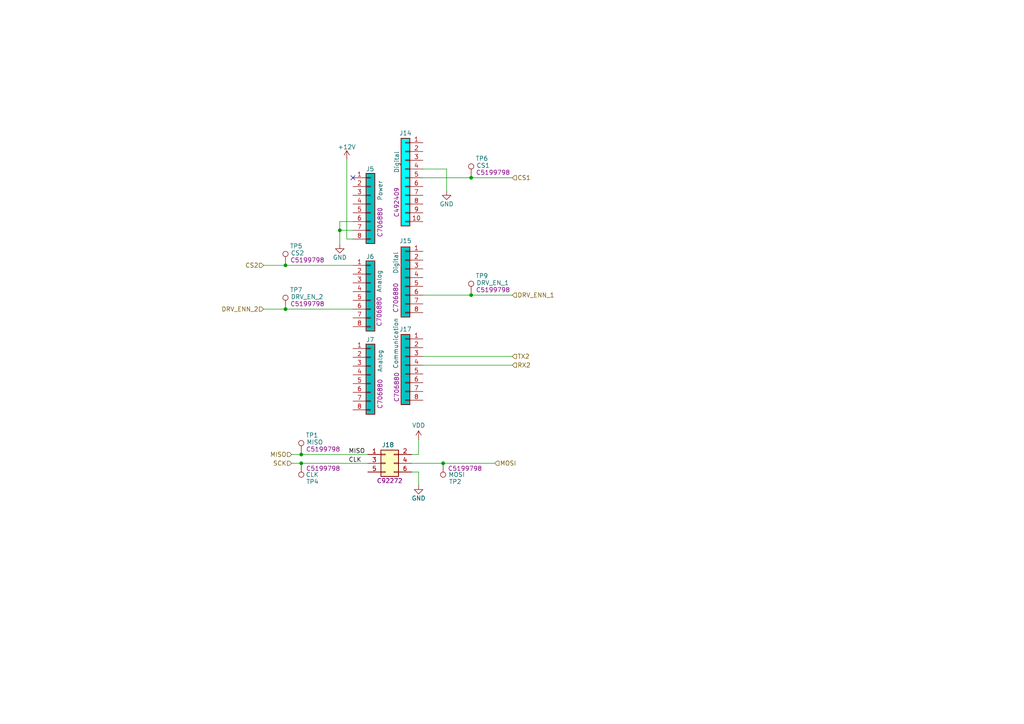
<source format=kicad_sch>
(kicad_sch (version 20230121) (generator eeschema)

  (uuid d88ace8b-717c-41c5-b77b-f787763ecc92)

  (paper "A4")

  (lib_symbols
    (symbol "JLCPCB_Connectors_Straight:Header_P2.54_10POS" (pin_names (offset 1.016) hide) (in_bom yes) (on_board yes)
      (property "Reference" "J" (at 0 12.7 0)
        (effects (font (size 1.27 1.27)))
      )
      (property "Value" "Conn_01x10" (at 0 -15.24 0)
        (effects (font (size 1.27 1.27)))
      )
      (property "Footprint" "Connector_PinHeader_2.54mm:PinHeader_1x10_P2.54mm_Vertical" (at 0.254 -1.016 0)
        (effects (font (size 1.27 1.27)) hide)
      )
      (property "Datasheet" "~" (at 0 0 0)
        (effects (font (size 1.27 1.27)) hide)
      )
      (property "JLCPCB Part #" "C492409" (at 0 -17.272 0)
        (effects (font (size 1.27 1.27)))
      )
      (property "JLCPCB Rotation Offset" "0" (at 0 0 0)
        (effects (font (size 1.27 1.27)) hide)
      )
      (property "JLCPCB Position Offset" "0,0" (at 0 0 0)
        (effects (font (size 1.27 1.27)) hide)
      )
      (property "ki_keywords" "Header, P2.54, 10POS" (at 0 0 0)
        (effects (font (size 1.27 1.27)) hide)
      )
      (property "ki_description" "Straight Square Pins 2.5mm 10P 6mm -40℃~+105℃ 3mm 2.54mm Plugin Black Brass 1x10P Plugin,P=2.54mm Pin Headers ROHS" (at 0 0 0)
        (effects (font (size 1.27 1.27)) hide)
      )
      (property "ki_fp_filters" "Connector*:*_1x??_*" (at 0 0 0)
        (effects (font (size 1.27 1.27)) hide)
      )
      (symbol "Header_P2.54_10POS_1_1"
        (rectangle (start -1.27 -12.573) (end 0 -12.827)
          (stroke (width 0.1524) (type default))
          (fill (type none))
        )
        (rectangle (start -1.27 -10.033) (end 0 -10.287)
          (stroke (width 0.1524) (type default))
          (fill (type none))
        )
        (rectangle (start -1.27 -7.493) (end 0 -7.747)
          (stroke (width 0.1524) (type default))
          (fill (type none))
        )
        (rectangle (start -1.27 -4.953) (end 0 -5.207)
          (stroke (width 0.1524) (type default))
          (fill (type none))
        )
        (rectangle (start -1.27 -2.413) (end 0 -2.667)
          (stroke (width 0.1524) (type default))
          (fill (type none))
        )
        (rectangle (start -1.27 0.127) (end 0 -0.127)
          (stroke (width 0.1524) (type default))
          (fill (type none))
        )
        (rectangle (start -1.27 2.667) (end 0 2.413)
          (stroke (width 0.1524) (type default))
          (fill (type none))
        )
        (rectangle (start -1.27 5.207) (end 0 4.953)
          (stroke (width 0.1524) (type default))
          (fill (type none))
        )
        (rectangle (start -1.27 7.747) (end 0 7.493)
          (stroke (width 0.1524) (type default))
          (fill (type none))
        )
        (rectangle (start -1.27 10.287) (end 0 10.033)
          (stroke (width 0.1524) (type default))
          (fill (type none))
        )
        (rectangle (start -1.27 11.43) (end 1.27 -13.97)
          (stroke (width 0.254) (type default))
          (fill (type color) (color 0 255 255 1))
        )
        (pin passive line (at -5.08 10.16 0) (length 3.81)
          (name "Pin_1" (effects (font (size 1.27 1.27))))
          (number "1" (effects (font (size 1.27 1.27))))
        )
        (pin passive line (at -5.08 -12.7 0) (length 3.81)
          (name "Pin_10" (effects (font (size 1.27 1.27))))
          (number "10" (effects (font (size 1.27 1.27))))
        )
        (pin passive line (at -5.08 7.62 0) (length 3.81)
          (name "Pin_2" (effects (font (size 1.27 1.27))))
          (number "2" (effects (font (size 1.27 1.27))))
        )
        (pin passive line (at -5.08 5.08 0) (length 3.81)
          (name "Pin_3" (effects (font (size 1.27 1.27))))
          (number "3" (effects (font (size 1.27 1.27))))
        )
        (pin passive line (at -5.08 2.54 0) (length 3.81)
          (name "Pin_4" (effects (font (size 1.27 1.27))))
          (number "4" (effects (font (size 1.27 1.27))))
        )
        (pin passive line (at -5.08 0 0) (length 3.81)
          (name "Pin_5" (effects (font (size 1.27 1.27))))
          (number "5" (effects (font (size 1.27 1.27))))
        )
        (pin passive line (at -5.08 -2.54 0) (length 3.81)
          (name "Pin_6" (effects (font (size 1.27 1.27))))
          (number "6" (effects (font (size 1.27 1.27))))
        )
        (pin passive line (at -5.08 -5.08 0) (length 3.81)
          (name "Pin_7" (effects (font (size 1.27 1.27))))
          (number "7" (effects (font (size 1.27 1.27))))
        )
        (pin passive line (at -5.08 -7.62 0) (length 3.81)
          (name "Pin_8" (effects (font (size 1.27 1.27))))
          (number "8" (effects (font (size 1.27 1.27))))
        )
        (pin passive line (at -5.08 -10.16 0) (length 3.81)
          (name "Pin_9" (effects (font (size 1.27 1.27))))
          (number "9" (effects (font (size 1.27 1.27))))
        )
      )
    )
    (symbol "JLCPCB_Connectors_Straight:Header_P2.54_8POS" (pin_names (offset 1.016) hide) (in_bom yes) (on_board yes)
      (property "Reference" "J" (at 0 10.16 0)
        (effects (font (size 1.27 1.27)))
      )
      (property "Value" "Header_01x08" (at 0 -12.7 0)
        (effects (font (size 1.27 1.27)))
      )
      (property "Footprint" "Connector_PinHeader_2.54mm:PinHeader_1x08_P2.54mm_Vertical" (at 0 0 0)
        (effects (font (size 1.27 1.27)) hide)
      )
      (property "Datasheet" "~" (at 0 0 0)
        (effects (font (size 1.27 1.27)) hide)
      )
      (property "JLCPCB Part #" "C706880" (at 0 -14.986 0)
        (effects (font (size 1.27 1.27)))
      )
      (property "JLCPCB Rotation Offset" "90" (at 0 0 0)
        (effects (font (size 1.27 1.27)) hide)
      )
      (property "JLCPCB Position Offset" "0,0" (at 0 0 0)
        (effects (font (size 1.27 1.27)) hide)
      )
      (property "ki_keywords" "Header, P2.54, 8POS" (at 0 0 0)
        (effects (font (size 1.27 1.27)) hide)
      )
      (property "ki_description" "Gold 250V 3A Straight Square Pins 2.5mm 8P 260℃ 6mm -40℃~+105℃ 3mm 2.54mm Plugin Black Brass 1x8P Plugin,P=2.54mm Pin Headers ROHS" (at 0 0 0)
        (effects (font (size 1.27 1.27)) hide)
      )
      (property "ki_fp_filters" "Connector*:*_1x??_*" (at 0 0 0)
        (effects (font (size 1.27 1.27)) hide)
      )
      (symbol "Header_P2.54_8POS_1_1"
        (rectangle (start -1.27 -10.033) (end 0 -10.287)
          (stroke (width 0.1524) (type default))
          (fill (type none))
        )
        (rectangle (start -1.27 -7.493) (end 0 -7.747)
          (stroke (width 0.1524) (type default))
          (fill (type none))
        )
        (rectangle (start -1.27 -4.953) (end 0 -5.207)
          (stroke (width 0.1524) (type default))
          (fill (type none))
        )
        (rectangle (start -1.27 -2.413) (end 0 -2.667)
          (stroke (width 0.1524) (type default))
          (fill (type none))
        )
        (rectangle (start -1.27 0.127) (end 0 -0.127)
          (stroke (width 0.1524) (type default))
          (fill (type none))
        )
        (rectangle (start -1.27 2.667) (end 0 2.413)
          (stroke (width 0.1524) (type default))
          (fill (type none))
        )
        (rectangle (start -1.27 5.207) (end 0 4.953)
          (stroke (width 0.1524) (type default))
          (fill (type none))
        )
        (rectangle (start -1.27 7.747) (end 0 7.493)
          (stroke (width 0.1524) (type default))
          (fill (type none))
        )
        (rectangle (start -1.27 8.89) (end 1.27 -11.43)
          (stroke (width 0.254) (type default))
          (fill (type color) (color 0 194 194 1))
        )
        (pin passive line (at -5.08 7.62 0) (length 3.81)
          (name "Pin_1" (effects (font (size 1.27 1.27))))
          (number "1" (effects (font (size 1.27 1.27))))
        )
        (pin passive line (at -5.08 5.08 0) (length 3.81)
          (name "Pin_2" (effects (font (size 1.27 1.27))))
          (number "2" (effects (font (size 1.27 1.27))))
        )
        (pin passive line (at -5.08 2.54 0) (length 3.81)
          (name "Pin_3" (effects (font (size 1.27 1.27))))
          (number "3" (effects (font (size 1.27 1.27))))
        )
        (pin passive line (at -5.08 0 0) (length 3.81)
          (name "Pin_4" (effects (font (size 1.27 1.27))))
          (number "4" (effects (font (size 1.27 1.27))))
        )
        (pin passive line (at -5.08 -2.54 0) (length 3.81)
          (name "Pin_5" (effects (font (size 1.27 1.27))))
          (number "5" (effects (font (size 1.27 1.27))))
        )
        (pin passive line (at -5.08 -5.08 0) (length 3.81)
          (name "Pin_6" (effects (font (size 1.27 1.27))))
          (number "6" (effects (font (size 1.27 1.27))))
        )
        (pin passive line (at -5.08 -7.62 0) (length 3.81)
          (name "Pin_7" (effects (font (size 1.27 1.27))))
          (number "7" (effects (font (size 1.27 1.27))))
        )
        (pin passive line (at -5.08 -10.16 0) (length 3.81)
          (name "Pin_8" (effects (font (size 1.27 1.27))))
          (number "8" (effects (font (size 1.27 1.27))))
        )
      )
    )
    (symbol "JLCPCB_Connectors_Straight:Socket_P2.54_2x3_6POS" (pin_names (offset 1.016) hide) (in_bom yes) (on_board yes)
      (property "Reference" "J" (at 1.27 5.08 0)
        (effects (font (size 1.27 1.27)))
      )
      (property "Value" "Conn_02x03_Odd_Even" (at 1.27 -5.08 0)
        (effects (font (size 1.27 1.27)))
      )
      (property "Footprint" "Connector_PinSocket_2.54mm:PinSocket_2x03_P2.54mm_Vertical" (at 0 0 0)
        (effects (font (size 1.27 1.27)) hide)
      )
      (property "Datasheet" "~" (at 0 0 0)
        (effects (font (size 1.27 1.27)) hide)
      )
      (property "JLCPCB Part #" "C92272" (at 1.27 -6.858 0)
        (effects (font (size 1.27 1.27)))
      )
      (property "JLCPCB Rotation Offset" "90" (at 0 0 0)
        (effects (font (size 1.27 1.27)) hide)
      )
      (property "JLCPCB Position Offset" "0,0" (at 0 0 0)
        (effects (font (size 1.27 1.27)) hide)
      )
      (property "ki_keywords" "Socket, P2.54, 2x3, 6POS" (at 0 0 0)
        (effects (font (size 1.27 1.27)) hide)
      )
      (property "ki_description" "2.54mm 2.54mm 双排 6P Straight 2x3P Plugin,P=2.54mm  Female Headers ROHS" (at 0 0 0)
        (effects (font (size 1.27 1.27)) hide)
      )
      (property "ki_fp_filters" "Connector*:*_2x??_*" (at 0 0 0)
        (effects (font (size 1.27 1.27)) hide)
      )
      (symbol "Socket_P2.54_2x3_6POS_1_1"
        (rectangle (start -1.27 -2.413) (end 0 -2.667)
          (stroke (width 0.1524) (type default))
          (fill (type none))
        )
        (rectangle (start -1.27 0.127) (end 0 -0.127)
          (stroke (width 0.1524) (type default))
          (fill (type none))
        )
        (rectangle (start -1.27 2.667) (end 0 2.413)
          (stroke (width 0.1524) (type default))
          (fill (type none))
        )
        (rectangle (start -1.27 3.81) (end 3.81 -3.81)
          (stroke (width 0.254) (type default))
          (fill (type background))
        )
        (rectangle (start 3.81 -2.413) (end 2.54 -2.667)
          (stroke (width 0.1524) (type default))
          (fill (type none))
        )
        (rectangle (start 3.81 0.127) (end 2.54 -0.127)
          (stroke (width 0.1524) (type default))
          (fill (type none))
        )
        (rectangle (start 3.81 2.667) (end 2.54 2.413)
          (stroke (width 0.1524) (type default))
          (fill (type none))
        )
        (pin passive line (at -5.08 2.54 0) (length 3.81)
          (name "Pin_1" (effects (font (size 1.27 1.27))))
          (number "1" (effects (font (size 1.27 1.27))))
        )
        (pin passive line (at 7.62 2.54 180) (length 3.81)
          (name "Pin_2" (effects (font (size 1.27 1.27))))
          (number "2" (effects (font (size 1.27 1.27))))
        )
        (pin passive line (at -5.08 0 0) (length 3.81)
          (name "Pin_3" (effects (font (size 1.27 1.27))))
          (number "3" (effects (font (size 1.27 1.27))))
        )
        (pin passive line (at 7.62 0 180) (length 3.81)
          (name "Pin_4" (effects (font (size 1.27 1.27))))
          (number "4" (effects (font (size 1.27 1.27))))
        )
        (pin passive line (at -5.08 -2.54 0) (length 3.81)
          (name "Pin_5" (effects (font (size 1.27 1.27))))
          (number "5" (effects (font (size 1.27 1.27))))
        )
        (pin passive line (at 7.62 -2.54 180) (length 3.81)
          (name "Pin_6" (effects (font (size 1.27 1.27))))
          (number "6" (effects (font (size 1.27 1.27))))
        )
      )
    )
    (symbol "TestPoint_1" (pin_numbers hide) (pin_names (offset 0.762) hide) (in_bom yes) (on_board yes)
      (property "Reference" "TP" (at 0 6.858 0)
        (effects (font (size 1.27 1.27)))
      )
      (property "Value" "TestPoint" (at 0 5.08 0)
        (effects (font (size 1.27 1.27)))
      )
      (property "Footprint" "" (at 5.08 0 0)
        (effects (font (size 1.27 1.27)) hide)
      )
      (property "Datasheet" "~" (at 5.08 0 0)
        (effects (font (size 1.27 1.27)) hide)
      )
      (property "JLCPCB Part #" "" (at 0 0 0)
        (effects (font (size 1.27 1.27)))
      )
      (property "JLCPCB Rotation Offset" "0" (at 0 0 0)
        (effects (font (size 1.27 1.27)) hide)
      )
      (property "JLCPCB Position Offset" "0,0" (at 0 0 0)
        (effects (font (size 1.27 1.27)) hide)
      )
      (property "ki_keywords" "test point tp" (at 0 0 0)
        (effects (font (size 1.27 1.27)) hide)
      )
      (property "ki_description" "test point" (at 0 0 0)
        (effects (font (size 1.27 1.27)) hide)
      )
      (property "ki_fp_filters" "Pin* Test*" (at 0 0 0)
        (effects (font (size 1.27 1.27)) hide)
      )
      (symbol "TestPoint_1_0_1"
        (circle (center 0 3.302) (radius 0.762)
          (stroke (width 0) (type default))
          (fill (type none))
        )
      )
      (symbol "TestPoint_1_1_1"
        (pin passive line (at 0 0 90) (length 2.54)
          (name "1" (effects (font (size 1.27 1.27))))
          (number "1" (effects (font (size 1.27 1.27))))
        )
      )
    )
    (symbol "power:+12V" (power) (pin_names (offset 0)) (in_bom yes) (on_board yes)
      (property "Reference" "#PWR" (at 0 -3.81 0)
        (effects (font (size 1.27 1.27)) hide)
      )
      (property "Value" "+12V" (at 0 3.556 0)
        (effects (font (size 1.27 1.27)))
      )
      (property "Footprint" "" (at 0 0 0)
        (effects (font (size 1.27 1.27)) hide)
      )
      (property "Datasheet" "" (at 0 0 0)
        (effects (font (size 1.27 1.27)) hide)
      )
      (property "ki_keywords" "power-flag" (at 0 0 0)
        (effects (font (size 1.27 1.27)) hide)
      )
      (property "ki_description" "Power symbol creates a global label with name \"+12V\"" (at 0 0 0)
        (effects (font (size 1.27 1.27)) hide)
      )
      (symbol "+12V_0_1"
        (polyline
          (pts
            (xy -0.762 1.27)
            (xy 0 2.54)
          )
          (stroke (width 0) (type default))
          (fill (type none))
        )
        (polyline
          (pts
            (xy 0 0)
            (xy 0 2.54)
          )
          (stroke (width 0) (type default))
          (fill (type none))
        )
        (polyline
          (pts
            (xy 0 2.54)
            (xy 0.762 1.27)
          )
          (stroke (width 0) (type default))
          (fill (type none))
        )
      )
      (symbol "+12V_1_1"
        (pin power_in line (at 0 0 90) (length 0) hide
          (name "+12V" (effects (font (size 1.27 1.27))))
          (number "1" (effects (font (size 1.27 1.27))))
        )
      )
    )
    (symbol "power:GND" (power) (pin_names (offset 0)) (in_bom yes) (on_board yes)
      (property "Reference" "#PWR" (at 0 -6.35 0)
        (effects (font (size 1.27 1.27)) hide)
      )
      (property "Value" "GND" (at 0 -3.81 0)
        (effects (font (size 1.27 1.27)))
      )
      (property "Footprint" "" (at 0 0 0)
        (effects (font (size 1.27 1.27)) hide)
      )
      (property "Datasheet" "" (at 0 0 0)
        (effects (font (size 1.27 1.27)) hide)
      )
      (property "ki_keywords" "power-flag" (at 0 0 0)
        (effects (font (size 1.27 1.27)) hide)
      )
      (property "ki_description" "Power symbol creates a global label with name \"GND\" , ground" (at 0 0 0)
        (effects (font (size 1.27 1.27)) hide)
      )
      (symbol "GND_0_1"
        (polyline
          (pts
            (xy 0 0)
            (xy 0 -1.27)
            (xy 1.27 -1.27)
            (xy 0 -2.54)
            (xy -1.27 -1.27)
            (xy 0 -1.27)
          )
          (stroke (width 0) (type default))
          (fill (type none))
        )
      )
      (symbol "GND_1_1"
        (pin power_in line (at 0 0 270) (length 0) hide
          (name "GND" (effects (font (size 1.27 1.27))))
          (number "1" (effects (font (size 1.27 1.27))))
        )
      )
    )
    (symbol "power:VDD" (power) (pin_names (offset 0)) (in_bom yes) (on_board yes)
      (property "Reference" "#PWR" (at 0 -3.81 0)
        (effects (font (size 1.27 1.27)) hide)
      )
      (property "Value" "VDD" (at 0 3.81 0)
        (effects (font (size 1.27 1.27)))
      )
      (property "Footprint" "" (at 0 0 0)
        (effects (font (size 1.27 1.27)) hide)
      )
      (property "Datasheet" "" (at 0 0 0)
        (effects (font (size 1.27 1.27)) hide)
      )
      (property "ki_keywords" "global power" (at 0 0 0)
        (effects (font (size 1.27 1.27)) hide)
      )
      (property "ki_description" "Power symbol creates a global label with name \"VDD\"" (at 0 0 0)
        (effects (font (size 1.27 1.27)) hide)
      )
      (symbol "VDD_0_1"
        (polyline
          (pts
            (xy -0.762 1.27)
            (xy 0 2.54)
          )
          (stroke (width 0) (type default))
          (fill (type none))
        )
        (polyline
          (pts
            (xy 0 0)
            (xy 0 2.54)
          )
          (stroke (width 0) (type default))
          (fill (type none))
        )
        (polyline
          (pts
            (xy 0 2.54)
            (xy 0.762 1.27)
          )
          (stroke (width 0) (type default))
          (fill (type none))
        )
      )
      (symbol "VDD_1_1"
        (pin power_in line (at 0 0 90) (length 0) hide
          (name "VDD" (effects (font (size 1.27 1.27))))
          (number "1" (effects (font (size 1.27 1.27))))
        )
      )
    )
  )

  (junction (at 98.552 66.802) (diameter 0) (color 0 0 0 0)
    (uuid 0b190afc-452a-4c87-b415-d7b34b953da4)
  )
  (junction (at 82.804 89.662) (diameter 0) (color 0 0 0 0)
    (uuid 11d20099-f3d2-436b-a4dc-448ade2ae3df)
  )
  (junction (at 136.652 51.562) (diameter 0) (color 0 0 0 0)
    (uuid 18a3c59d-668e-4f9b-be01-59f55c552594)
  )
  (junction (at 128.524 134.366) (diameter 0) (color 0 0 0 0)
    (uuid 21e4fdf7-ccf9-4707-99e4-d3b577567506)
  )
  (junction (at 87.376 131.826) (diameter 0) (color 0 0 0 0)
    (uuid 3e9da900-636d-4d50-9a7e-c53f8c856056)
  )
  (junction (at 87.376 134.366) (diameter 0) (color 0 0 0 0)
    (uuid d3aceb15-b83e-4ac1-951c-053b9a16f7a9)
  )
  (junction (at 82.804 76.962) (diameter 0) (color 0 0 0 0)
    (uuid d7623c42-80ab-49c4-88b1-13a60728fde8)
  )
  (junction (at 136.652 85.598) (diameter 0) (color 0 0 0 0)
    (uuid f2e0ff4c-ab25-4c1e-b6d5-ae1c36608ccc)
  )

  (no_connect (at 102.362 51.562) (uuid e81acb5f-613b-480d-8600-77d87b760d66))

  (wire (pts (xy 122.682 105.918) (xy 148.59 105.918))
    (stroke (width 0) (type default))
    (uuid 04ed1a3e-4923-4973-b72d-acff02d25142)
  )
  (wire (pts (xy 100.584 46.228) (xy 100.584 69.342))
    (stroke (width 0) (type default))
    (uuid 0af3454a-3132-4a75-a2be-95279ea50053)
  )
  (wire (pts (xy 119.38 134.366) (xy 128.524 134.366))
    (stroke (width 0) (type default))
    (uuid 2aa88a50-3566-4095-823c-f2aa0b5096d2)
  )
  (wire (pts (xy 84.582 134.366) (xy 87.376 134.366))
    (stroke (width 0) (type default))
    (uuid 2fe95ef6-db04-4d6f-a8a6-a778aa34a02d)
  )
  (wire (pts (xy 122.682 49.022) (xy 129.54 49.022))
    (stroke (width 0) (type default))
    (uuid 32525629-dc4b-4eca-b2cd-bf7c4ef5ce86)
  )
  (wire (pts (xy 121.412 136.906) (xy 119.38 136.906))
    (stroke (width 0) (type default))
    (uuid 48d64d06-98c8-403c-98f4-484cc681c7cd)
  )
  (wire (pts (xy 122.682 103.378) (xy 148.59 103.378))
    (stroke (width 0) (type default))
    (uuid 49c1f6e0-cb08-4b78-a590-44b69f5c31c8)
  )
  (wire (pts (xy 76.454 89.662) (xy 82.804 89.662))
    (stroke (width 0) (type default))
    (uuid 537242b9-aaa1-4d58-8a72-1aa754e24764)
  )
  (wire (pts (xy 122.682 51.562) (xy 136.652 51.562))
    (stroke (width 0) (type default))
    (uuid 5c5f1ebe-e855-488e-bab7-567a243b97dd)
  )
  (wire (pts (xy 82.804 76.962) (xy 102.362 76.962))
    (stroke (width 0) (type default))
    (uuid 66806b8a-72be-4a6e-ad1c-ce6e42f3e8db)
  )
  (wire (pts (xy 98.552 64.262) (xy 98.552 66.802))
    (stroke (width 0) (type default))
    (uuid 72adb0fb-e872-4304-8861-744b22a3ca95)
  )
  (wire (pts (xy 82.804 89.662) (xy 102.362 89.662))
    (stroke (width 0) (type default))
    (uuid 72fa2781-a645-4ee8-be9c-f575435f5d22)
  )
  (wire (pts (xy 98.552 66.802) (xy 102.362 66.802))
    (stroke (width 0) (type default))
    (uuid 7d07349e-024d-4712-9b19-29c87f1edcb1)
  )
  (wire (pts (xy 129.54 49.022) (xy 129.54 55.372))
    (stroke (width 0) (type default))
    (uuid a5edf7b9-074c-47a7-9e26-beccd1f5f795)
  )
  (wire (pts (xy 100.584 69.342) (xy 102.362 69.342))
    (stroke (width 0) (type default))
    (uuid ad2c6e97-cb88-4795-a4b2-2ab8d12d413b)
  )
  (wire (pts (xy 136.652 85.598) (xy 148.59 85.598))
    (stroke (width 0) (type default))
    (uuid b38308c3-4b62-4475-904e-278e430ef2bb)
  )
  (wire (pts (xy 121.412 127.508) (xy 121.412 131.826))
    (stroke (width 0) (type default))
    (uuid b77cd85c-3973-49ab-970c-3dd608c5c759)
  )
  (wire (pts (xy 122.682 85.598) (xy 136.652 85.598))
    (stroke (width 0) (type default))
    (uuid c24ee6a4-c3f4-4dde-b226-e9ec18e82acd)
  )
  (wire (pts (xy 76.454 76.962) (xy 82.804 76.962))
    (stroke (width 0) (type default))
    (uuid cb519650-b8df-4b23-9e11-6fcb39de767e)
  )
  (wire (pts (xy 87.376 134.366) (xy 106.68 134.366))
    (stroke (width 0) (type default))
    (uuid d21dbfd1-337a-46d7-be1d-628a2f6ffbbe)
  )
  (wire (pts (xy 102.362 64.262) (xy 98.552 64.262))
    (stroke (width 0) (type default))
    (uuid d70c2acc-4170-4c99-a8f6-a425a58e31a5)
  )
  (wire (pts (xy 128.524 134.366) (xy 143.51 134.366))
    (stroke (width 0) (type default))
    (uuid dabe0edd-8010-4c3b-85fb-7f9e07536b4c)
  )
  (wire (pts (xy 87.376 131.826) (xy 106.68 131.826))
    (stroke (width 0) (type default))
    (uuid e211789c-d7dc-41fd-b24d-168f138563bc)
  )
  (wire (pts (xy 119.38 131.826) (xy 121.412 131.826))
    (stroke (width 0) (type default))
    (uuid e411c830-3c33-4663-854c-00c9a65ddad8)
  )
  (wire (pts (xy 84.582 131.826) (xy 87.376 131.826))
    (stroke (width 0) (type default))
    (uuid eae7377b-851d-45c6-b66f-ce26be3fc497)
  )
  (wire (pts (xy 121.412 140.716) (xy 121.412 136.906))
    (stroke (width 0) (type default))
    (uuid ec31f52e-06d9-4d06-8a58-15f52bd58d46)
  )
  (wire (pts (xy 98.552 66.802) (xy 98.552 70.866))
    (stroke (width 0) (type default))
    (uuid fe4e88a5-ad95-4e94-8056-a2375c612847)
  )
  (wire (pts (xy 136.652 51.562) (xy 148.59 51.562))
    (stroke (width 0) (type default))
    (uuid fe6f5250-caae-44dd-a621-daf1dfdf4672)
  )

  (label "CLK" (at 101.092 134.366 0) (fields_autoplaced)
    (effects (font (size 1.27 1.27)) (justify left bottom))
    (uuid e3ad0552-3cbb-485c-bad8-5599df2fa5f6)
  )
  (label "MISO" (at 101.092 131.826 0) (fields_autoplaced)
    (effects (font (size 1.27 1.27)) (justify left bottom))
    (uuid f5303f03-2962-4eec-b486-23d5eb69e248)
  )

  (hierarchical_label "MOSI" (shape input) (at 143.51 134.366 0) (fields_autoplaced)
    (effects (font (size 1.27 1.27)) (justify left))
    (uuid 2e89f490-122d-48c3-97af-d6e7a7241b61)
  )
  (hierarchical_label "DRV_ENN_1" (shape input) (at 148.59 85.598 0) (fields_autoplaced)
    (effects (font (size 1.27 1.27)) (justify left))
    (uuid 4fe9e07b-7038-409c-bfcb-25b733e82dce)
  )
  (hierarchical_label "SCK" (shape input) (at 84.582 134.366 180) (fields_autoplaced)
    (effects (font (size 1.27 1.27)) (justify right))
    (uuid 5a00dd48-4c36-42ae-b24c-98d064c67f4b)
  )
  (hierarchical_label "CS2" (shape input) (at 76.454 76.962 180) (fields_autoplaced)
    (effects (font (size 1.27 1.27)) (justify right))
    (uuid 9ad6de5b-5e41-4c17-b3eb-fbc3b09d307e)
  )
  (hierarchical_label "RX2" (shape input) (at 148.59 105.918 0) (fields_autoplaced)
    (effects (font (size 1.27 1.27)) (justify left))
    (uuid 9b9fb74e-a7f4-44a8-adc7-bcb2b9642567)
  )
  (hierarchical_label "TX2" (shape input) (at 148.59 103.378 0) (fields_autoplaced)
    (effects (font (size 1.27 1.27)) (justify left))
    (uuid a2458d16-4bcd-4b03-a323-961dc0137a29)
  )
  (hierarchical_label "MISO" (shape input) (at 84.582 131.826 180) (fields_autoplaced)
    (effects (font (size 1.27 1.27)) (justify right))
    (uuid aa583c10-1ca6-4ce5-9af4-cd402b329cd3)
  )
  (hierarchical_label "DRV_ENN_2" (shape input) (at 76.454 89.662 180) (fields_autoplaced)
    (effects (font (size 1.27 1.27)) (justify right))
    (uuid cf18d38c-a935-45e2-a530-26392a44ba7d)
  )
  (hierarchical_label "CS1" (shape input) (at 148.59 51.562 0) (fields_autoplaced)
    (effects (font (size 1.27 1.27)) (justify left))
    (uuid e1f0c338-1118-4e2e-aba8-3a16c3d92256)
  )

  (symbol (lib_name "TestPoint_1") (lib_id "Connector:TestPoint") (at 82.804 76.962 0) (unit 1)
    (in_bom yes) (on_board yes) (dnp no)
    (uuid 1668b818-270c-4b52-b3e8-97a8b5d10482)
    (property "Reference" "TP5" (at 84.074 71.374 0)
      (effects (font (size 1.27 1.27)) (justify left))
    )
    (property "Value" "CS2" (at 84.328 73.406 0)
      (effects (font (size 1.27 1.27)) (justify left))
    )
    (property "Footprint" "TestPoint:TestPoint_Keystone_5015_Micro-Minature" (at 87.884 76.962 0)
      (effects (font (size 1.27 1.27)) hide)
    )
    (property "Datasheet" "~" (at 87.884 76.962 0)
      (effects (font (size 1.27 1.27)) hide)
    )
    (property "JLCPCB Part #" "C5199798" (at 89.154 75.438 0)
      (effects (font (size 1.27 1.27)))
    )
    (property "JLCPCB Rotation Offset" "0" (at 82.804 76.962 0)
      (effects (font (size 1.27 1.27)) hide)
    )
    (property "JLCPCB Position Offset" "0,0" (at 82.804 76.962 0)
      (effects (font (size 1.27 1.27)) hide)
    )
    (pin "1" (uuid b7820a4e-b8f4-4ed0-8817-bc74f6295c61))
    (instances
      (project "Arduino_TMC5160_Driver_Boards_V1"
        (path "/0e408099-9a7b-4f0e-9c0e-0727c07a80ad/8679bba7-b996-4fe8-86ef-ed37ae6754a7"
          (reference "TP5") (unit 1)
        )
      )
    )
  )

  (symbol (lib_name "TestPoint_1") (lib_id "Connector:TestPoint") (at 136.652 85.598 0) (unit 1)
    (in_bom yes) (on_board yes) (dnp no)
    (uuid 2d0517ae-c1bd-4269-b273-3875f3a1ddf9)
    (property "Reference" "TP9" (at 137.922 80.01 0)
      (effects (font (size 1.27 1.27)) (justify left))
    )
    (property "Value" "DRV_EN_1" (at 138.176 82.042 0)
      (effects (font (size 1.27 1.27)) (justify left))
    )
    (property "Footprint" "TestPoint:TestPoint_Keystone_5015_Micro-Minature" (at 141.732 85.598 0)
      (effects (font (size 1.27 1.27)) hide)
    )
    (property "Datasheet" "~" (at 141.732 85.598 0)
      (effects (font (size 1.27 1.27)) hide)
    )
    (property "JLCPCB Part #" "C5199798" (at 143.002 84.074 0)
      (effects (font (size 1.27 1.27)))
    )
    (property "JLCPCB Rotation Offset" "0" (at 136.652 85.598 0)
      (effects (font (size 1.27 1.27)) hide)
    )
    (property "JLCPCB Position Offset" "0,0" (at 136.652 85.598 0)
      (effects (font (size 1.27 1.27)) hide)
    )
    (pin "1" (uuid 00cb6dfd-b2b5-43ed-a724-684578be05e6))
    (instances
      (project "Arduino_TMC5160_Driver_Boards_V1"
        (path "/0e408099-9a7b-4f0e-9c0e-0727c07a80ad/8679bba7-b996-4fe8-86ef-ed37ae6754a7"
          (reference "TP9") (unit 1)
        )
      )
    )
  )

  (symbol (lib_id "JLCPCB_Connectors_Straight:Header_P2.54_8POS") (at 117.602 105.918 0) (mirror y) (unit 1)
    (in_bom yes) (on_board yes) (dnp no)
    (uuid 3b022098-e61c-4936-95c0-ffcf5148badd)
    (property "Reference" "J17" (at 117.602 95.504 0)
      (effects (font (size 1.27 1.27)))
    )
    (property "Value" "Communication" (at 114.808 99.568 90)
      (effects (font (size 1.27 1.27)))
    )
    (property "Footprint" "Connector_PinHeader_2.54mm:PinHeader_1x08_P2.54mm_Vertical" (at 117.602 105.918 0)
      (effects (font (size 1.27 1.27)) hide)
    )
    (property "Datasheet" "~" (at 117.602 105.918 0)
      (effects (font (size 1.27 1.27)) hide)
    )
    (property "JLCPCB Part #" "C706880" (at 115.062 112.268 90)
      (effects (font (size 1.27 1.27)))
    )
    (property "JLCPCB Rotation Offset" "90" (at 117.602 105.918 0)
      (effects (font (size 1.27 1.27)) hide)
    )
    (property "JLCPCB Position Offset" "8.89, 0" (at 117.602 105.918 0)
      (effects (font (size 1.27 1.27)) hide)
    )
    (pin "1" (uuid 188987d5-05fa-407b-99fb-86d3d5456f79))
    (pin "2" (uuid 051ee6cf-9864-4f32-b0c0-f67887d7276e))
    (pin "3" (uuid 990b3277-b9a8-4a9c-81a0-0c268e146945))
    (pin "4" (uuid 5d0e5164-2ad2-4dbf-b05f-add803871bc2))
    (pin "5" (uuid 3759dcac-83a4-4ef5-9422-58f500c40817))
    (pin "6" (uuid a994dedf-54b6-47d9-92fd-cb84a3ed044b))
    (pin "7" (uuid 444cf4f4-a012-48b4-ad2d-4e42ad20da7f))
    (pin "8" (uuid 6529261c-9494-41c0-b7bc-3d8d82bdb68b))
    (instances
      (project "Arduino_TMC5160_Driver_Boards_V1"
        (path "/0e408099-9a7b-4f0e-9c0e-0727c07a80ad/8679bba7-b996-4fe8-86ef-ed37ae6754a7"
          (reference "J17") (unit 1)
        )
      )
    )
  )

  (symbol (lib_id "power:VDD") (at 121.412 127.508 0) (unit 1)
    (in_bom yes) (on_board yes) (dnp no) (fields_autoplaced)
    (uuid 4380f44b-4f6a-42e7-a1d2-1dcc2cedd84d)
    (property "Reference" "#PWR014" (at 121.412 131.318 0)
      (effects (font (size 1.27 1.27)) hide)
    )
    (property "Value" "VDD" (at 121.412 123.3749 0)
      (effects (font (size 1.27 1.27)))
    )
    (property "Footprint" "" (at 121.412 127.508 0)
      (effects (font (size 1.27 1.27)) hide)
    )
    (property "Datasheet" "" (at 121.412 127.508 0)
      (effects (font (size 1.27 1.27)) hide)
    )
    (pin "1" (uuid 6ddeb92a-10f7-4163-b489-ec2b9914d78b))
    (instances
      (project "Arduino_TMC5160_Driver_Boards_V1"
        (path "/0e408099-9a7b-4f0e-9c0e-0727c07a80ad"
          (reference "#PWR014") (unit 1)
        )
        (path "/0e408099-9a7b-4f0e-9c0e-0727c07a80ad/8679bba7-b996-4fe8-86ef-ed37ae6754a7"
          (reference "#PWR06") (unit 1)
        )
      )
    )
  )

  (symbol (lib_id "JLCPCB_Connectors_Straight:Header_P2.54_8POS") (at 107.442 59.182 0) (unit 1)
    (in_bom yes) (on_board yes) (dnp no)
    (uuid 52e3086c-f826-4636-aaa3-e782e7b02382)
    (property "Reference" "J5" (at 106.172 49.022 0)
      (effects (font (size 1.27 1.27)) (justify left))
    )
    (property "Value" "Power" (at 110.236 58.166 90)
      (effects (font (size 1.27 1.27)) (justify left))
    )
    (property "Footprint" "Connector_PinHeader_2.54mm:PinHeader_1x08_P2.54mm_Vertical" (at 107.442 59.182 0)
      (effects (font (size 1.27 1.27)) hide)
    )
    (property "Datasheet" "~" (at 107.442 59.182 0)
      (effects (font (size 1.27 1.27)) hide)
    )
    (property "JLCPCB Part #" "C706880" (at 110.236 68.834 90)
      (effects (font (size 1.27 1.27)) (justify left))
    )
    (property "JLCPCB Rotation Offset" "90" (at 107.442 59.182 0)
      (effects (font (size 1.27 1.27)) hide)
    )
    (property "JLCPCB Position Offset" "8.89, 0" (at 107.442 59.182 0)
      (effects (font (size 1.27 1.27)) hide)
    )
    (pin "1" (uuid b9cee886-aa57-49c8-acb6-c1823b7d4f97))
    (pin "2" (uuid 746551f0-6dfd-4706-a659-77a05a4a742a))
    (pin "3" (uuid b1448aa6-ffc3-440c-9b1b-d2e6883b6ed7))
    (pin "4" (uuid 7a812fd0-aaa5-45e8-bb29-0c308a527897))
    (pin "5" (uuid 49a94a89-bf13-4dc9-95a1-25a3cca054cc))
    (pin "6" (uuid 84ace775-2906-45e5-9f60-c3bb68b49cd9))
    (pin "7" (uuid c28f5ca4-1ab4-4800-a3dd-01f0200809a4))
    (pin "8" (uuid a7d0ae56-6c50-4281-9830-9a23a98f84d8))
    (instances
      (project "Arduino_TMC5160_Driver_Boards_V1"
        (path "/0e408099-9a7b-4f0e-9c0e-0727c07a80ad/8679bba7-b996-4fe8-86ef-ed37ae6754a7"
          (reference "J5") (unit 1)
        )
      )
    )
  )

  (symbol (lib_id "JLCPCB_Connectors_Straight:Header_P2.54_10POS") (at 117.602 51.562 0) (mirror y) (unit 1)
    (in_bom yes) (on_board yes) (dnp no)
    (uuid 650d2bbc-81f4-46e9-bbba-9979bc6a9087)
    (property "Reference" "J14" (at 117.602 38.608 0)
      (effects (font (size 1.27 1.27)))
    )
    (property "Value" "Digital" (at 115.062 46.99 90)
      (effects (font (size 1.27 1.27)))
    )
    (property "Footprint" "Connector_PinHeader_2.54mm:PinHeader_1x10_P2.54mm_Vertical" (at 117.348 52.578 0)
      (effects (font (size 1.27 1.27)) hide)
    )
    (property "Datasheet" "~" (at 117.602 51.562 0)
      (effects (font (size 1.27 1.27)) hide)
    )
    (property "JLCPCB Part #" "C492409" (at 115.062 58.674 90)
      (effects (font (size 1.27 1.27)))
    )
    (property "JLCPCB Rotation Offset" "90" (at 117.602 51.562 0)
      (effects (font (size 1.27 1.27)) hide)
    )
    (property "JLCPCB Position Offset" "11.43, 0" (at 117.602 51.562 0)
      (effects (font (size 1.27 1.27)) hide)
    )
    (pin "1" (uuid f2c98d3d-3cea-4dc3-a24b-3e44995c6c49))
    (pin "10" (uuid 1cd8d184-2f35-4500-b16b-0968a030d737))
    (pin "2" (uuid e1b0bc10-0e23-4196-bab3-e034f8219219))
    (pin "3" (uuid 1ccc76b9-009b-4819-80fc-0228fc31ad2a))
    (pin "4" (uuid eda9299b-6919-40a7-a11b-48b49a0d8e51))
    (pin "5" (uuid 8dc7a8ac-c894-47d6-ab3b-486857d8bbef))
    (pin "6" (uuid d11d0e1a-3f65-4e96-b143-e70614a6a41a))
    (pin "7" (uuid b9072094-95a5-41f7-a0c7-95694e43d81c))
    (pin "8" (uuid 69e7ac19-3217-43d7-8026-9478b1a9b5d8))
    (pin "9" (uuid bb03fb35-cb3c-4f9e-ac40-38373ee20715))
    (instances
      (project "Arduino_TMC5160_Driver_Boards_V1"
        (path "/0e408099-9a7b-4f0e-9c0e-0727c07a80ad/8679bba7-b996-4fe8-86ef-ed37ae6754a7"
          (reference "J14") (unit 1)
        )
      )
    )
  )

  (symbol (lib_name "TestPoint_1") (lib_id "Connector:TestPoint") (at 87.376 134.366 180) (unit 1)
    (in_bom yes) (on_board yes) (dnp no)
    (uuid 776017fc-29e4-4dde-a842-ff16c3b11c29)
    (property "Reference" "TP4" (at 92.456 139.7 0)
      (effects (font (size 1.27 1.27)) (justify left))
    )
    (property "Value" "CLK" (at 92.456 137.668 0)
      (effects (font (size 1.27 1.27)) (justify left))
    )
    (property "Footprint" "TestPoint:TestPoint_Keystone_5015_Micro-Minature" (at 82.296 134.366 0)
      (effects (font (size 1.27 1.27)) hide)
    )
    (property "Datasheet" "~" (at 82.296 134.366 0)
      (effects (font (size 1.27 1.27)) hide)
    )
    (property "JLCPCB Part #" "C5199798" (at 93.726 135.89 0)
      (effects (font (size 1.27 1.27)))
    )
    (property "JLCPCB Rotation Offset" "0" (at 87.376 134.366 0)
      (effects (font (size 1.27 1.27)) hide)
    )
    (property "JLCPCB Position Offset" "0,0" (at 87.376 134.366 0)
      (effects (font (size 1.27 1.27)) hide)
    )
    (pin "1" (uuid 87b133cb-96cd-4af3-93e8-c71936009e4a))
    (instances
      (project "Arduino_TMC5160_Driver_Boards_V1"
        (path "/0e408099-9a7b-4f0e-9c0e-0727c07a80ad/8679bba7-b996-4fe8-86ef-ed37ae6754a7"
          (reference "TP4") (unit 1)
        )
      )
    )
  )

  (symbol (lib_id "JLCPCB_Connectors_Straight:Header_P2.54_8POS") (at 117.602 80.518 0) (mirror y) (unit 1)
    (in_bom yes) (on_board yes) (dnp no)
    (uuid 81ca7345-25e3-4ec2-beb8-12d2c077099e)
    (property "Reference" "J15" (at 117.602 69.85 0)
      (effects (font (size 1.27 1.27)))
    )
    (property "Value" "Digital" (at 114.808 76.2 90)
      (effects (font (size 1.27 1.27)))
    )
    (property "Footprint" "Connector_PinHeader_2.54mm:PinHeader_1x08_P2.54mm_Vertical" (at 117.602 80.518 0)
      (effects (font (size 1.27 1.27)) hide)
    )
    (property "Datasheet" "~" (at 117.602 80.518 0)
      (effects (font (size 1.27 1.27)) hide)
    )
    (property "JLCPCB Part #" "C706880" (at 114.808 86.36 90)
      (effects (font (size 1.27 1.27)))
    )
    (property "JLCPCB Rotation Offset" "90" (at 117.602 80.518 0)
      (effects (font (size 1.27 1.27)) hide)
    )
    (property "JLCPCB Position Offset" "8.89, 0" (at 117.602 80.518 0)
      (effects (font (size 1.27 1.27)) hide)
    )
    (pin "1" (uuid 9b155513-0473-4846-ac78-4bf7711b7bb3))
    (pin "2" (uuid c3e3f58b-6621-440c-b921-ba8e383e66e1))
    (pin "3" (uuid aac9e9e4-b227-4346-bbc1-309d4b168366))
    (pin "4" (uuid 203ba155-69ed-4e97-8367-34fc03ce09e4))
    (pin "5" (uuid 20f1ae00-9879-4d31-ab3b-546c28452a2e))
    (pin "6" (uuid 56fbcb19-4b2d-498b-9f5d-7dbbf8fa83b9))
    (pin "7" (uuid 1fdca6fd-defe-4e69-8f58-4c71207ab8b9))
    (pin "8" (uuid f125887e-563e-461c-b135-9017e96c4ee8))
    (instances
      (project "Arduino_TMC5160_Driver_Boards_V1"
        (path "/0e408099-9a7b-4f0e-9c0e-0727c07a80ad/8679bba7-b996-4fe8-86ef-ed37ae6754a7"
          (reference "J15") (unit 1)
        )
      )
    )
  )

  (symbol (lib_id "power:GND") (at 98.552 70.866 0) (unit 1)
    (in_bom yes) (on_board yes) (dnp no)
    (uuid 955c69f2-5ea2-42d6-8865-ad2ddadf692c)
    (property "Reference" "#PWR0111" (at 98.552 77.216 0)
      (effects (font (size 1.27 1.27)) hide)
    )
    (property "Value" "GND" (at 98.552 74.676 0)
      (effects (font (size 1.27 1.27)))
    )
    (property "Footprint" "" (at 98.552 70.866 0)
      (effects (font (size 1.27 1.27)))
    )
    (property "Datasheet" "" (at 98.552 70.866 0)
      (effects (font (size 1.27 1.27)))
    )
    (pin "1" (uuid 02bf2e68-6d38-465d-ac87-bc9cc48b547f))
    (instances
      (project "Arduino_TMC5160_Driver_Boards_V1"
        (path "/0e408099-9a7b-4f0e-9c0e-0727c07a80ad/8679bba7-b996-4fe8-86ef-ed37ae6754a7"
          (reference "#PWR0111") (unit 1)
        )
      )
    )
  )

  (symbol (lib_name "TestPoint_1") (lib_id "Connector:TestPoint") (at 128.524 134.366 180) (unit 1)
    (in_bom yes) (on_board yes) (dnp no)
    (uuid 9a75c3dd-37b8-4c55-bb11-9b9e5087dcfd)
    (property "Reference" "TP2" (at 133.858 139.7 0)
      (effects (font (size 1.27 1.27)) (justify left))
    )
    (property "Value" "MOSI" (at 134.874 137.668 0)
      (effects (font (size 1.27 1.27)) (justify left))
    )
    (property "Footprint" "TestPoint:TestPoint_Keystone_5015_Micro-Minature" (at 123.444 134.366 0)
      (effects (font (size 1.27 1.27)) hide)
    )
    (property "Datasheet" "~" (at 123.444 134.366 0)
      (effects (font (size 1.27 1.27)) hide)
    )
    (property "JLCPCB Part #" "C5199798" (at 134.874 135.89 0)
      (effects (font (size 1.27 1.27)))
    )
    (property "JLCPCB Rotation Offset" "0" (at 128.524 134.366 0)
      (effects (font (size 1.27 1.27)) hide)
    )
    (property "JLCPCB Position Offset" "0,0" (at 128.524 134.366 0)
      (effects (font (size 1.27 1.27)) hide)
    )
    (pin "1" (uuid f1d85b63-c746-4b49-b8b1-d5e19a8ffe86))
    (instances
      (project "Arduino_TMC5160_Driver_Boards_V1"
        (path "/0e408099-9a7b-4f0e-9c0e-0727c07a80ad/8679bba7-b996-4fe8-86ef-ed37ae6754a7"
          (reference "TP2") (unit 1)
        )
      )
    )
  )

  (symbol (lib_name "TestPoint_1") (lib_id "Connector:TestPoint") (at 87.376 131.826 0) (unit 1)
    (in_bom yes) (on_board yes) (dnp no)
    (uuid b1a3f4d4-592c-4da9-8768-cb82d0ae7a88)
    (property "Reference" "TP1" (at 88.646 126.238 0)
      (effects (font (size 1.27 1.27)) (justify left))
    )
    (property "Value" "MISO" (at 88.9 128.27 0)
      (effects (font (size 1.27 1.27)) (justify left))
    )
    (property "Footprint" "TestPoint:TestPoint_Keystone_5015_Micro-Minature" (at 92.456 131.826 0)
      (effects (font (size 1.27 1.27)) hide)
    )
    (property "Datasheet" "~" (at 92.456 131.826 0)
      (effects (font (size 1.27 1.27)) hide)
    )
    (property "JLCPCB Part #" "C5199798" (at 93.726 130.302 0)
      (effects (font (size 1.27 1.27)))
    )
    (property "JLCPCB Rotation Offset" "0" (at 87.376 131.826 0)
      (effects (font (size 1.27 1.27)) hide)
    )
    (property "JLCPCB Position Offset" "0,0" (at 87.376 131.826 0)
      (effects (font (size 1.27 1.27)) hide)
    )
    (pin "1" (uuid 5157bc37-10be-4c13-9b36-8acac72fca55))
    (instances
      (project "Arduino_TMC5160_Driver_Boards_V1"
        (path "/0e408099-9a7b-4f0e-9c0e-0727c07a80ad/8679bba7-b996-4fe8-86ef-ed37ae6754a7"
          (reference "TP1") (unit 1)
        )
      )
    )
  )

  (symbol (lib_id "power:GND") (at 129.54 55.372 0) (unit 1)
    (in_bom yes) (on_board yes) (dnp no)
    (uuid b700ddf5-a29d-4ca8-a722-7ba8370eeb1d)
    (property "Reference" "#PWR0105" (at 129.54 61.722 0)
      (effects (font (size 1.27 1.27)) hide)
    )
    (property "Value" "GND" (at 129.54 59.182 0)
      (effects (font (size 1.27 1.27)))
    )
    (property "Footprint" "" (at 129.54 55.372 0)
      (effects (font (size 1.27 1.27)))
    )
    (property "Datasheet" "" (at 129.54 55.372 0)
      (effects (font (size 1.27 1.27)))
    )
    (pin "1" (uuid bb0b7c08-3c71-43e3-8739-4e9ae3249e22))
    (instances
      (project "Arduino_TMC5160_Driver_Boards_V1"
        (path "/0e408099-9a7b-4f0e-9c0e-0727c07a80ad/8679bba7-b996-4fe8-86ef-ed37ae6754a7"
          (reference "#PWR0105") (unit 1)
        )
      )
    )
  )

  (symbol (lib_id "JLCPCB_Connectors_Straight:Header_P2.54_8POS") (at 107.442 84.582 0) (unit 1)
    (in_bom yes) (on_board yes) (dnp no)
    (uuid c2ad1580-8cd8-4309-90d2-a3d38fe2d923)
    (property "Reference" "J6" (at 106.172 74.422 0)
      (effects (font (size 1.27 1.27)) (justify left))
    )
    (property "Value" "Analog" (at 109.982 84.836 90)
      (effects (font (size 1.27 1.27)) (justify left))
    )
    (property "Footprint" "Connector_PinHeader_2.54mm:PinHeader_1x08_P2.54mm_Vertical" (at 107.442 84.582 0)
      (effects (font (size 1.27 1.27)) hide)
    )
    (property "Datasheet" "~" (at 107.442 84.582 0)
      (effects (font (size 1.27 1.27)) hide)
    )
    (property "JLCPCB Part #" "C706880" (at 109.982 94.742 90)
      (effects (font (size 1.27 1.27)) (justify left))
    )
    (property "JLCPCB Rotation Offset" "90" (at 107.442 84.582 0)
      (effects (font (size 1.27 1.27)) hide)
    )
    (property "JLCPCB Position Offset" "8.89, 0" (at 107.442 84.582 0)
      (effects (font (size 1.27 1.27)) hide)
    )
    (pin "1" (uuid 423f2490-ef6d-4d29-8d36-619c2530a833))
    (pin "2" (uuid aa39c3f3-f932-4245-85eb-16ec0483f32f))
    (pin "3" (uuid cad576b1-70bf-4457-a69a-7406f4e88d98))
    (pin "4" (uuid 7ae29861-b5c3-46a5-857a-0c7121ce8b43))
    (pin "5" (uuid c751e920-b53a-446d-80b0-2c6ff3509aa0))
    (pin "6" (uuid 268d5f65-1d42-4672-8484-7cc2002972dd))
    (pin "7" (uuid 95020b5f-75e3-4dcc-b089-1fd4d2d9480f))
    (pin "8" (uuid 8817a422-2e4c-4aa7-ba35-3f60ef72c495))
    (instances
      (project "Arduino_TMC5160_Driver_Boards_V1"
        (path "/0e408099-9a7b-4f0e-9c0e-0727c07a80ad/8679bba7-b996-4fe8-86ef-ed37ae6754a7"
          (reference "J6") (unit 1)
        )
      )
    )
  )

  (symbol (lib_name "TestPoint_1") (lib_id "Connector:TestPoint") (at 136.652 51.562 0) (unit 1)
    (in_bom yes) (on_board yes) (dnp no)
    (uuid c572629a-0a73-4938-9522-c131a8f700d0)
    (property "Reference" "TP6" (at 137.922 45.974 0)
      (effects (font (size 1.27 1.27)) (justify left))
    )
    (property "Value" "CS1" (at 138.176 48.006 0)
      (effects (font (size 1.27 1.27)) (justify left))
    )
    (property "Footprint" "TestPoint:TestPoint_Keystone_5015_Micro-Minature" (at 141.732 51.562 0)
      (effects (font (size 1.27 1.27)) hide)
    )
    (property "Datasheet" "~" (at 141.732 51.562 0)
      (effects (font (size 1.27 1.27)) hide)
    )
    (property "JLCPCB Part #" "C5199798" (at 143.002 50.038 0)
      (effects (font (size 1.27 1.27)))
    )
    (property "JLCPCB Rotation Offset" "0" (at 136.652 51.562 0)
      (effects (font (size 1.27 1.27)) hide)
    )
    (property "JLCPCB Position Offset" "0,0" (at 136.652 51.562 0)
      (effects (font (size 1.27 1.27)) hide)
    )
    (pin "1" (uuid f435f817-e00a-4af3-8a4d-9b116c1cc4f6))
    (instances
      (project "Arduino_TMC5160_Driver_Boards_V1"
        (path "/0e408099-9a7b-4f0e-9c0e-0727c07a80ad/8679bba7-b996-4fe8-86ef-ed37ae6754a7"
          (reference "TP6") (unit 1)
        )
      )
    )
  )

  (symbol (lib_id "JLCPCB_Connectors_Straight:Header_P2.54_8POS") (at 107.442 108.712 0) (unit 1)
    (in_bom yes) (on_board yes) (dnp no)
    (uuid e6a0e93b-c1d8-4fd2-9301-b8416d805207)
    (property "Reference" "J7" (at 106.172 98.552 0)
      (effects (font (size 1.27 1.27)) (justify left))
    )
    (property "Value" "Analog" (at 110.236 107.95 90)
      (effects (font (size 1.27 1.27)) (justify left))
    )
    (property "Footprint" "Connector_PinHeader_2.54mm:PinHeader_1x08_P2.54mm_Vertical" (at 107.442 108.712 0)
      (effects (font (size 1.27 1.27)) hide)
    )
    (property "Datasheet" "~" (at 107.442 108.712 0)
      (effects (font (size 1.27 1.27)) hide)
    )
    (property "JLCPCB Part #" "C706880" (at 110.236 118.618 90)
      (effects (font (size 1.27 1.27)) (justify left))
    )
    (property "JLCPCB Rotation Offset" "90" (at 107.442 108.712 0)
      (effects (font (size 1.27 1.27)) hide)
    )
    (property "JLCPCB Position Offset" "8.89, 0" (at 107.442 108.712 0)
      (effects (font (size 1.27 1.27)) hide)
    )
    (pin "1" (uuid 1791b7ea-4af2-4e69-add2-4062a94678e8))
    (pin "2" (uuid 76c83ac9-ad7b-4ad8-b7b9-4ef87a310435))
    (pin "3" (uuid eadc8ff4-f7dc-4191-b445-7cee04906ce4))
    (pin "4" (uuid 0e8ffa75-5f91-4ddd-9586-5899cf716479))
    (pin "5" (uuid 60842936-e4a6-4ac3-8cfb-433cf17667b8))
    (pin "6" (uuid 68941779-0574-4af9-a3c4-b8934e8e4979))
    (pin "7" (uuid 0d364fc8-1b8b-4817-a4f8-05579b9df92e))
    (pin "8" (uuid 25b25478-b1f8-4c1c-a42e-2b44f3871e77))
    (instances
      (project "Arduino_TMC5160_Driver_Boards_V1"
        (path "/0e408099-9a7b-4f0e-9c0e-0727c07a80ad/8679bba7-b996-4fe8-86ef-ed37ae6754a7"
          (reference "J7") (unit 1)
        )
      )
    )
  )

  (symbol (lib_id "power:GND") (at 121.412 140.716 0) (unit 1)
    (in_bom yes) (on_board yes) (dnp no)
    (uuid eed5e260-92e0-4c4f-b2d4-e2bda285752d)
    (property "Reference" "#PWR05" (at 121.412 147.066 0)
      (effects (font (size 1.27 1.27)) hide)
    )
    (property "Value" "GND" (at 121.412 144.526 0)
      (effects (font (size 1.27 1.27)))
    )
    (property "Footprint" "" (at 121.412 140.716 0)
      (effects (font (size 1.27 1.27)))
    )
    (property "Datasheet" "" (at 121.412 140.716 0)
      (effects (font (size 1.27 1.27)))
    )
    (pin "1" (uuid 01e4ff71-89fe-4ba4-bbe4-10d8d4b27ac6))
    (instances
      (project "Arduino_TMC5160_Driver_Boards_V1"
        (path "/0e408099-9a7b-4f0e-9c0e-0727c07a80ad/8679bba7-b996-4fe8-86ef-ed37ae6754a7"
          (reference "#PWR05") (unit 1)
        )
      )
    )
  )

  (symbol (lib_id "JLCPCB_Connectors_Straight:Socket_P2.54_2x3_6POS") (at 111.76 134.366 0) (unit 1)
    (in_bom yes) (on_board yes) (dnp no)
    (uuid f0363ae9-9b6d-4797-b5ba-5b3d47eb7623)
    (property "Reference" "J18" (at 112.522 129.032 0)
      (effects (font (size 1.27 1.27)))
    )
    (property "Value" "Conn_02x03_Odd_Even" (at 113.03 128.27 0)
      (effects (font (size 1.27 1.27)) hide)
    )
    (property "Footprint" "Connector_PinSocket_2.54mm:PinSocket_2x03_P2.54mm_Vertical" (at 111.76 134.366 0)
      (effects (font (size 1.27 1.27)) hide)
    )
    (property "Datasheet" "~" (at 111.76 134.366 0)
      (effects (font (size 1.27 1.27)) hide)
    )
    (property "JLCPCB Part #" "C92272" (at 113.03 139.446 0)
      (effects (font (size 1.27 1.27)))
    )
    (property "JLCPCB Rotation Offset" "90" (at 111.76 134.366 0)
      (effects (font (size 1.27 1.27)) hide)
    )
    (property "JLCPCB Position Offset" "2.54, 1.27" (at 111.76 134.366 0)
      (effects (font (size 1.27 1.27)) hide)
    )
    (pin "1" (uuid 6b30725b-9fd1-4ba5-85e8-c27d90a11d58))
    (pin "2" (uuid 5aa7f85d-7d96-4abc-abf5-bc026f94a31f))
    (pin "3" (uuid 71056373-132f-4409-bfbb-cda964bcc5dc))
    (pin "4" (uuid adbdb721-d5bc-4d2e-81bc-40493c00a128))
    (pin "5" (uuid 25419608-1ed9-4033-ad14-9d52af7f9139))
    (pin "6" (uuid 309ed19d-18e2-446a-a39f-ed5cbce6832d))
    (instances
      (project "Arduino_TMC5160_Driver_Boards_V1"
        (path "/0e408099-9a7b-4f0e-9c0e-0727c07a80ad/8679bba7-b996-4fe8-86ef-ed37ae6754a7"
          (reference "J18") (unit 1)
        )
      )
    )
  )

  (symbol (lib_name "TestPoint_1") (lib_id "Connector:TestPoint") (at 82.804 89.662 0) (unit 1)
    (in_bom yes) (on_board yes) (dnp no)
    (uuid f2fa13ce-d94a-4080-b561-8320779892d4)
    (property "Reference" "TP7" (at 84.074 84.074 0)
      (effects (font (size 1.27 1.27)) (justify left))
    )
    (property "Value" "DRV_EN_2" (at 84.328 86.106 0)
      (effects (font (size 1.27 1.27)) (justify left))
    )
    (property "Footprint" "TestPoint:TestPoint_Keystone_5015_Micro-Minature" (at 87.884 89.662 0)
      (effects (font (size 1.27 1.27)) hide)
    )
    (property "Datasheet" "~" (at 87.884 89.662 0)
      (effects (font (size 1.27 1.27)) hide)
    )
    (property "JLCPCB Part #" "C5199798" (at 89.154 88.138 0)
      (effects (font (size 1.27 1.27)))
    )
    (property "JLCPCB Rotation Offset" "0" (at 82.804 89.662 0)
      (effects (font (size 1.27 1.27)) hide)
    )
    (property "JLCPCB Position Offset" "0,0" (at 82.804 89.662 0)
      (effects (font (size 1.27 1.27)) hide)
    )
    (pin "1" (uuid ab72626f-f8d3-418f-8eae-cb30b34b0b4d))
    (instances
      (project "Arduino_TMC5160_Driver_Boards_V1"
        (path "/0e408099-9a7b-4f0e-9c0e-0727c07a80ad/8679bba7-b996-4fe8-86ef-ed37ae6754a7"
          (reference "TP7") (unit 1)
        )
      )
    )
  )

  (symbol (lib_id "power:+12V") (at 100.584 46.228 0) (unit 1)
    (in_bom yes) (on_board yes) (dnp no) (fields_autoplaced)
    (uuid f633155d-62ee-472b-9721-f2a0a8b580e3)
    (property "Reference" "#PWR0108" (at 100.584 50.038 0)
      (effects (font (size 1.27 1.27)) hide)
    )
    (property "Value" "+12V" (at 100.584 42.6522 0)
      (effects (font (size 1.27 1.27)))
    )
    (property "Footprint" "" (at 100.584 46.228 0)
      (effects (font (size 1.27 1.27)) hide)
    )
    (property "Datasheet" "" (at 100.584 46.228 0)
      (effects (font (size 1.27 1.27)) hide)
    )
    (pin "1" (uuid 481948c1-9414-4cdf-9d92-b395e4a9fa65))
    (instances
      (project "Arduino_TMC5160_Driver_Boards_V1"
        (path "/0e408099-9a7b-4f0e-9c0e-0727c07a80ad/8679bba7-b996-4fe8-86ef-ed37ae6754a7"
          (reference "#PWR0108") (unit 1)
        )
      )
    )
  )
)

</source>
